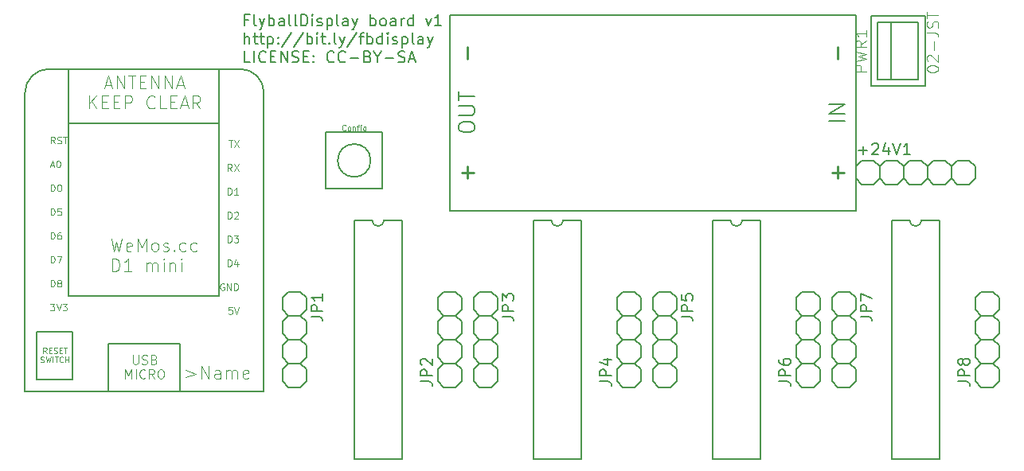
<source format=gbr>
G04 #@! TF.GenerationSoftware,KiCad,Pcbnew,(5.1.4)-1*
G04 #@! TF.CreationDate,2020-02-08T01:02:29+01:00*
G04 #@! TF.ProjectId,FlyballDisplay,466c7962-616c-46c4-9469-73706c61792e,rev?*
G04 #@! TF.SameCoordinates,Original*
G04 #@! TF.FileFunction,Legend,Top*
G04 #@! TF.FilePolarity,Positive*
%FSLAX46Y46*%
G04 Gerber Fmt 4.6, Leading zero omitted, Abs format (unit mm)*
G04 Created by KiCad (PCBNEW (5.1.4)-1) date 2020-02-08 01:02:29*
%MOMM*%
%LPD*%
G04 APERTURE LIST*
%ADD10C,0.142240*%
%ADD11C,0.203200*%
%ADD12C,0.127000*%
%ADD13C,0.152400*%
%ADD14C,0.254000*%
%ADD15C,0.050800*%
%ADD16C,0.081280*%
%ADD17C,0.113792*%
%ADD18C,0.060960*%
%ADD19C,0.101600*%
%ADD20C,0.121920*%
G04 APERTURE END LIST*
D10*
X120920170Y-81789805D02*
X120520170Y-81789805D01*
X120520170Y-82418377D02*
X120520170Y-81218377D01*
X121091598Y-81218377D01*
X121720170Y-82418377D02*
X121605884Y-82361234D01*
X121548741Y-82246948D01*
X121548741Y-81218377D01*
X122063027Y-81618377D02*
X122348741Y-82418377D01*
X122634456Y-81618377D02*
X122348741Y-82418377D01*
X122234456Y-82704091D01*
X122177313Y-82761234D01*
X122063027Y-82818377D01*
X123091598Y-82418377D02*
X123091598Y-81218377D01*
X123091598Y-81675520D02*
X123205884Y-81618377D01*
X123434456Y-81618377D01*
X123548741Y-81675520D01*
X123605884Y-81732662D01*
X123663027Y-81846948D01*
X123663027Y-82189805D01*
X123605884Y-82304091D01*
X123548741Y-82361234D01*
X123434456Y-82418377D01*
X123205884Y-82418377D01*
X123091598Y-82361234D01*
X124691598Y-82418377D02*
X124691598Y-81789805D01*
X124634456Y-81675520D01*
X124520170Y-81618377D01*
X124291598Y-81618377D01*
X124177313Y-81675520D01*
X124691598Y-82361234D02*
X124577313Y-82418377D01*
X124291598Y-82418377D01*
X124177313Y-82361234D01*
X124120170Y-82246948D01*
X124120170Y-82132662D01*
X124177313Y-82018377D01*
X124291598Y-81961234D01*
X124577313Y-81961234D01*
X124691598Y-81904091D01*
X125434456Y-82418377D02*
X125320170Y-82361234D01*
X125263027Y-82246948D01*
X125263027Y-81218377D01*
X126063027Y-82418377D02*
X125948741Y-82361234D01*
X125891598Y-82246948D01*
X125891598Y-81218377D01*
X126520170Y-82418377D02*
X126520170Y-81218377D01*
X126805884Y-81218377D01*
X126977313Y-81275520D01*
X127091598Y-81389805D01*
X127148741Y-81504091D01*
X127205884Y-81732662D01*
X127205884Y-81904091D01*
X127148741Y-82132662D01*
X127091598Y-82246948D01*
X126977313Y-82361234D01*
X126805884Y-82418377D01*
X126520170Y-82418377D01*
X127720170Y-82418377D02*
X127720170Y-81618377D01*
X127720170Y-81218377D02*
X127663027Y-81275520D01*
X127720170Y-81332662D01*
X127777313Y-81275520D01*
X127720170Y-81218377D01*
X127720170Y-81332662D01*
X128234456Y-82361234D02*
X128348741Y-82418377D01*
X128577313Y-82418377D01*
X128691598Y-82361234D01*
X128748741Y-82246948D01*
X128748741Y-82189805D01*
X128691598Y-82075520D01*
X128577313Y-82018377D01*
X128405884Y-82018377D01*
X128291598Y-81961234D01*
X128234456Y-81846948D01*
X128234456Y-81789805D01*
X128291598Y-81675520D01*
X128405884Y-81618377D01*
X128577313Y-81618377D01*
X128691598Y-81675520D01*
X129263027Y-81618377D02*
X129263027Y-82818377D01*
X129263027Y-81675520D02*
X129377313Y-81618377D01*
X129605884Y-81618377D01*
X129720170Y-81675520D01*
X129777313Y-81732662D01*
X129834456Y-81846948D01*
X129834456Y-82189805D01*
X129777313Y-82304091D01*
X129720170Y-82361234D01*
X129605884Y-82418377D01*
X129377313Y-82418377D01*
X129263027Y-82361234D01*
X130520170Y-82418377D02*
X130405884Y-82361234D01*
X130348741Y-82246948D01*
X130348741Y-81218377D01*
X131491598Y-82418377D02*
X131491598Y-81789805D01*
X131434456Y-81675520D01*
X131320170Y-81618377D01*
X131091598Y-81618377D01*
X130977313Y-81675520D01*
X131491598Y-82361234D02*
X131377313Y-82418377D01*
X131091598Y-82418377D01*
X130977313Y-82361234D01*
X130920170Y-82246948D01*
X130920170Y-82132662D01*
X130977313Y-82018377D01*
X131091598Y-81961234D01*
X131377313Y-81961234D01*
X131491598Y-81904091D01*
X131948741Y-81618377D02*
X132234456Y-82418377D01*
X132520170Y-81618377D02*
X132234456Y-82418377D01*
X132120170Y-82704091D01*
X132063027Y-82761234D01*
X131948741Y-82818377D01*
X133891598Y-82418377D02*
X133891598Y-81218377D01*
X133891598Y-81675520D02*
X134005884Y-81618377D01*
X134234456Y-81618377D01*
X134348741Y-81675520D01*
X134405884Y-81732662D01*
X134463027Y-81846948D01*
X134463027Y-82189805D01*
X134405884Y-82304091D01*
X134348741Y-82361234D01*
X134234456Y-82418377D01*
X134005884Y-82418377D01*
X133891598Y-82361234D01*
X135148741Y-82418377D02*
X135034456Y-82361234D01*
X134977313Y-82304091D01*
X134920170Y-82189805D01*
X134920170Y-81846948D01*
X134977313Y-81732662D01*
X135034456Y-81675520D01*
X135148741Y-81618377D01*
X135320170Y-81618377D01*
X135434456Y-81675520D01*
X135491598Y-81732662D01*
X135548741Y-81846948D01*
X135548741Y-82189805D01*
X135491598Y-82304091D01*
X135434456Y-82361234D01*
X135320170Y-82418377D01*
X135148741Y-82418377D01*
X136577313Y-82418377D02*
X136577313Y-81789805D01*
X136520170Y-81675520D01*
X136405884Y-81618377D01*
X136177313Y-81618377D01*
X136063027Y-81675520D01*
X136577313Y-82361234D02*
X136463027Y-82418377D01*
X136177313Y-82418377D01*
X136063027Y-82361234D01*
X136005884Y-82246948D01*
X136005884Y-82132662D01*
X136063027Y-82018377D01*
X136177313Y-81961234D01*
X136463027Y-81961234D01*
X136577313Y-81904091D01*
X137148741Y-82418377D02*
X137148741Y-81618377D01*
X137148741Y-81846948D02*
X137205884Y-81732662D01*
X137263027Y-81675520D01*
X137377313Y-81618377D01*
X137491598Y-81618377D01*
X138405884Y-82418377D02*
X138405884Y-81218377D01*
X138405884Y-82361234D02*
X138291598Y-82418377D01*
X138063027Y-82418377D01*
X137948741Y-82361234D01*
X137891598Y-82304091D01*
X137834456Y-82189805D01*
X137834456Y-81846948D01*
X137891598Y-81732662D01*
X137948741Y-81675520D01*
X138063027Y-81618377D01*
X138291598Y-81618377D01*
X138405884Y-81675520D01*
X139777313Y-81618377D02*
X140063027Y-82418377D01*
X140348741Y-81618377D01*
X141434456Y-82418377D02*
X140748741Y-82418377D01*
X141091598Y-82418377D02*
X141091598Y-81218377D01*
X140977313Y-81389805D01*
X140863027Y-81504091D01*
X140748741Y-81561234D01*
X120520170Y-84360617D02*
X120520170Y-83160617D01*
X121034456Y-84360617D02*
X121034456Y-83732045D01*
X120977313Y-83617760D01*
X120863027Y-83560617D01*
X120691598Y-83560617D01*
X120577313Y-83617760D01*
X120520170Y-83674902D01*
X121434456Y-83560617D02*
X121891598Y-83560617D01*
X121605884Y-83160617D02*
X121605884Y-84189188D01*
X121663027Y-84303474D01*
X121777313Y-84360617D01*
X121891598Y-84360617D01*
X122120170Y-83560617D02*
X122577313Y-83560617D01*
X122291598Y-83160617D02*
X122291598Y-84189188D01*
X122348741Y-84303474D01*
X122463027Y-84360617D01*
X122577313Y-84360617D01*
X122977313Y-83560617D02*
X122977313Y-84760617D01*
X122977313Y-83617760D02*
X123091598Y-83560617D01*
X123320170Y-83560617D01*
X123434456Y-83617760D01*
X123491598Y-83674902D01*
X123548741Y-83789188D01*
X123548741Y-84132045D01*
X123491598Y-84246331D01*
X123434456Y-84303474D01*
X123320170Y-84360617D01*
X123091598Y-84360617D01*
X122977313Y-84303474D01*
X124063027Y-84246331D02*
X124120170Y-84303474D01*
X124063027Y-84360617D01*
X124005884Y-84303474D01*
X124063027Y-84246331D01*
X124063027Y-84360617D01*
X124063027Y-83617760D02*
X124120170Y-83674902D01*
X124063027Y-83732045D01*
X124005884Y-83674902D01*
X124063027Y-83617760D01*
X124063027Y-83732045D01*
X125491598Y-83103474D02*
X124463027Y-84646331D01*
X126748741Y-83103474D02*
X125720170Y-84646331D01*
X127148741Y-84360617D02*
X127148741Y-83160617D01*
X127148741Y-83617760D02*
X127263027Y-83560617D01*
X127491598Y-83560617D01*
X127605884Y-83617760D01*
X127663027Y-83674902D01*
X127720170Y-83789188D01*
X127720170Y-84132045D01*
X127663027Y-84246331D01*
X127605884Y-84303474D01*
X127491598Y-84360617D01*
X127263027Y-84360617D01*
X127148741Y-84303474D01*
X128234456Y-84360617D02*
X128234456Y-83560617D01*
X128234456Y-83160617D02*
X128177313Y-83217760D01*
X128234456Y-83274902D01*
X128291598Y-83217760D01*
X128234456Y-83160617D01*
X128234456Y-83274902D01*
X128634456Y-83560617D02*
X129091598Y-83560617D01*
X128805884Y-83160617D02*
X128805884Y-84189188D01*
X128863027Y-84303474D01*
X128977313Y-84360617D01*
X129091598Y-84360617D01*
X129491598Y-84246331D02*
X129548741Y-84303474D01*
X129491598Y-84360617D01*
X129434456Y-84303474D01*
X129491598Y-84246331D01*
X129491598Y-84360617D01*
X130234456Y-84360617D02*
X130120170Y-84303474D01*
X130063027Y-84189188D01*
X130063027Y-83160617D01*
X130577313Y-83560617D02*
X130863027Y-84360617D01*
X131148741Y-83560617D02*
X130863027Y-84360617D01*
X130748741Y-84646331D01*
X130691598Y-84703474D01*
X130577313Y-84760617D01*
X132463027Y-83103474D02*
X131434456Y-84646331D01*
X132691598Y-83560617D02*
X133148741Y-83560617D01*
X132863027Y-84360617D02*
X132863027Y-83332045D01*
X132920170Y-83217760D01*
X133034456Y-83160617D01*
X133148741Y-83160617D01*
X133548741Y-84360617D02*
X133548741Y-83160617D01*
X133548741Y-83617760D02*
X133663027Y-83560617D01*
X133891598Y-83560617D01*
X134005884Y-83617760D01*
X134063027Y-83674902D01*
X134120170Y-83789188D01*
X134120170Y-84132045D01*
X134063027Y-84246331D01*
X134005884Y-84303474D01*
X133891598Y-84360617D01*
X133663027Y-84360617D01*
X133548741Y-84303474D01*
X135148741Y-84360617D02*
X135148741Y-83160617D01*
X135148741Y-84303474D02*
X135034456Y-84360617D01*
X134805884Y-84360617D01*
X134691598Y-84303474D01*
X134634456Y-84246331D01*
X134577313Y-84132045D01*
X134577313Y-83789188D01*
X134634456Y-83674902D01*
X134691598Y-83617760D01*
X134805884Y-83560617D01*
X135034456Y-83560617D01*
X135148741Y-83617760D01*
X135720170Y-84360617D02*
X135720170Y-83560617D01*
X135720170Y-83160617D02*
X135663027Y-83217760D01*
X135720170Y-83274902D01*
X135777313Y-83217760D01*
X135720170Y-83160617D01*
X135720170Y-83274902D01*
X136234456Y-84303474D02*
X136348741Y-84360617D01*
X136577313Y-84360617D01*
X136691598Y-84303474D01*
X136748741Y-84189188D01*
X136748741Y-84132045D01*
X136691598Y-84017760D01*
X136577313Y-83960617D01*
X136405884Y-83960617D01*
X136291598Y-83903474D01*
X136234456Y-83789188D01*
X136234456Y-83732045D01*
X136291598Y-83617760D01*
X136405884Y-83560617D01*
X136577313Y-83560617D01*
X136691598Y-83617760D01*
X137263027Y-83560617D02*
X137263027Y-84760617D01*
X137263027Y-83617760D02*
X137377313Y-83560617D01*
X137605884Y-83560617D01*
X137720170Y-83617760D01*
X137777313Y-83674902D01*
X137834456Y-83789188D01*
X137834456Y-84132045D01*
X137777313Y-84246331D01*
X137720170Y-84303474D01*
X137605884Y-84360617D01*
X137377313Y-84360617D01*
X137263027Y-84303474D01*
X138520170Y-84360617D02*
X138405884Y-84303474D01*
X138348741Y-84189188D01*
X138348741Y-83160617D01*
X139491598Y-84360617D02*
X139491598Y-83732045D01*
X139434456Y-83617760D01*
X139320170Y-83560617D01*
X139091598Y-83560617D01*
X138977313Y-83617760D01*
X139491598Y-84303474D02*
X139377313Y-84360617D01*
X139091598Y-84360617D01*
X138977313Y-84303474D01*
X138920170Y-84189188D01*
X138920170Y-84074902D01*
X138977313Y-83960617D01*
X139091598Y-83903474D01*
X139377313Y-83903474D01*
X139491598Y-83846331D01*
X139948741Y-83560617D02*
X140234456Y-84360617D01*
X140520170Y-83560617D02*
X140234456Y-84360617D01*
X140120170Y-84646331D01*
X140063027Y-84703474D01*
X139948741Y-84760617D01*
X121091598Y-86302857D02*
X120520170Y-86302857D01*
X120520170Y-85102857D01*
X121491598Y-86302857D02*
X121491598Y-85102857D01*
X122748741Y-86188571D02*
X122691598Y-86245714D01*
X122520170Y-86302857D01*
X122405884Y-86302857D01*
X122234456Y-86245714D01*
X122120170Y-86131428D01*
X122063027Y-86017142D01*
X122005884Y-85788571D01*
X122005884Y-85617142D01*
X122063027Y-85388571D01*
X122120170Y-85274285D01*
X122234456Y-85160000D01*
X122405884Y-85102857D01*
X122520170Y-85102857D01*
X122691598Y-85160000D01*
X122748741Y-85217142D01*
X123263027Y-85674285D02*
X123663027Y-85674285D01*
X123834456Y-86302857D02*
X123263027Y-86302857D01*
X123263027Y-85102857D01*
X123834456Y-85102857D01*
X124348741Y-86302857D02*
X124348741Y-85102857D01*
X125034456Y-86302857D01*
X125034456Y-85102857D01*
X125548741Y-86245714D02*
X125720170Y-86302857D01*
X126005884Y-86302857D01*
X126120170Y-86245714D01*
X126177313Y-86188571D01*
X126234456Y-86074285D01*
X126234456Y-85960000D01*
X126177313Y-85845714D01*
X126120170Y-85788571D01*
X126005884Y-85731428D01*
X125777313Y-85674285D01*
X125663027Y-85617142D01*
X125605884Y-85560000D01*
X125548741Y-85445714D01*
X125548741Y-85331428D01*
X125605884Y-85217142D01*
X125663027Y-85160000D01*
X125777313Y-85102857D01*
X126063027Y-85102857D01*
X126234456Y-85160000D01*
X126748741Y-85674285D02*
X127148741Y-85674285D01*
X127320170Y-86302857D02*
X126748741Y-86302857D01*
X126748741Y-85102857D01*
X127320170Y-85102857D01*
X127834456Y-86188571D02*
X127891598Y-86245714D01*
X127834456Y-86302857D01*
X127777313Y-86245714D01*
X127834456Y-86188571D01*
X127834456Y-86302857D01*
X127834456Y-85560000D02*
X127891598Y-85617142D01*
X127834456Y-85674285D01*
X127777313Y-85617142D01*
X127834456Y-85560000D01*
X127834456Y-85674285D01*
X130005884Y-86188571D02*
X129948741Y-86245714D01*
X129777313Y-86302857D01*
X129663027Y-86302857D01*
X129491598Y-86245714D01*
X129377313Y-86131428D01*
X129320170Y-86017142D01*
X129263027Y-85788571D01*
X129263027Y-85617142D01*
X129320170Y-85388571D01*
X129377313Y-85274285D01*
X129491598Y-85160000D01*
X129663027Y-85102857D01*
X129777313Y-85102857D01*
X129948741Y-85160000D01*
X130005884Y-85217142D01*
X131205884Y-86188571D02*
X131148741Y-86245714D01*
X130977313Y-86302857D01*
X130863027Y-86302857D01*
X130691598Y-86245714D01*
X130577313Y-86131428D01*
X130520170Y-86017142D01*
X130463027Y-85788571D01*
X130463027Y-85617142D01*
X130520170Y-85388571D01*
X130577313Y-85274285D01*
X130691598Y-85160000D01*
X130863027Y-85102857D01*
X130977313Y-85102857D01*
X131148741Y-85160000D01*
X131205884Y-85217142D01*
X131720170Y-85845714D02*
X132634456Y-85845714D01*
X133605884Y-85674285D02*
X133777313Y-85731428D01*
X133834456Y-85788571D01*
X133891598Y-85902857D01*
X133891598Y-86074285D01*
X133834456Y-86188571D01*
X133777313Y-86245714D01*
X133663027Y-86302857D01*
X133205884Y-86302857D01*
X133205884Y-85102857D01*
X133605884Y-85102857D01*
X133720170Y-85160000D01*
X133777313Y-85217142D01*
X133834456Y-85331428D01*
X133834456Y-85445714D01*
X133777313Y-85560000D01*
X133720170Y-85617142D01*
X133605884Y-85674285D01*
X133205884Y-85674285D01*
X134634456Y-85731428D02*
X134634456Y-86302857D01*
X134234456Y-85102857D02*
X134634456Y-85731428D01*
X135034456Y-85102857D01*
X135434456Y-85845714D02*
X136348741Y-85845714D01*
X136863027Y-86245714D02*
X137034456Y-86302857D01*
X137320170Y-86302857D01*
X137434456Y-86245714D01*
X137491598Y-86188571D01*
X137548741Y-86074285D01*
X137548741Y-85960000D01*
X137491598Y-85845714D01*
X137434456Y-85788571D01*
X137320170Y-85731428D01*
X137091598Y-85674285D01*
X136977313Y-85617142D01*
X136920170Y-85560000D01*
X136863027Y-85445714D01*
X136863027Y-85331428D01*
X136920170Y-85217142D01*
X136977313Y-85160000D01*
X137091598Y-85102857D01*
X137377313Y-85102857D01*
X137548741Y-85160000D01*
X138005884Y-85960000D02*
X138577313Y-85960000D01*
X137891598Y-86302857D02*
X138291598Y-85102857D01*
X138691598Y-86302857D01*
D11*
X102235000Y-120015000D02*
X102235000Y-114935000D01*
X98425000Y-120015000D02*
X102235000Y-120015000D01*
X98425000Y-114935000D02*
X98425000Y-120015000D01*
X102235000Y-114935000D02*
X98425000Y-114935000D01*
X106045000Y-116205000D02*
X106045000Y-121285000D01*
X113665000Y-116205000D02*
X106045000Y-116205000D01*
X113665000Y-121285000D02*
X113665000Y-116205000D01*
X106045000Y-121285000D02*
X113665000Y-121285000D01*
D12*
X101752400Y-111125000D02*
X117729000Y-111125000D01*
X97155000Y-121285000D02*
X122555000Y-121285000D01*
X97155000Y-89535000D02*
X97155000Y-121285000D01*
X122555000Y-89535000D02*
G75*
G03X120015000Y-86995000I-2540000J0D01*
G01*
X99695000Y-86995000D02*
G75*
G03X97155000Y-89535000I0J-2540000D01*
G01*
X99695000Y-86995000D02*
X120015000Y-86995000D01*
X122555000Y-89535000D02*
X122555000Y-121285000D01*
X117754400Y-92811600D02*
X117754400Y-111125000D01*
X117729000Y-92811600D02*
X117754400Y-92811600D01*
X101752400Y-92811600D02*
X101752400Y-111125000D01*
X101755000Y-92819000D02*
X117755000Y-92819000D01*
X101755000Y-87019000D02*
X117755000Y-87019000D01*
X101755000Y-92819000D02*
X101755000Y-87019000D01*
X117755000Y-87019000D02*
X117755000Y-92819000D01*
D11*
X134061100Y-103093600D02*
G75*
G03X135331100Y-103093600I635000J0D01*
G01*
X137236100Y-128493600D02*
X137236100Y-103093600D01*
X132156100Y-128493600D02*
X137236100Y-128493600D01*
X132156100Y-103093600D02*
X132156100Y-128493600D01*
X132156100Y-103093600D02*
X134061100Y-103093600D01*
X137236100Y-103093600D02*
X135331100Y-103093600D01*
X153111100Y-103093600D02*
G75*
G03X154381100Y-103093600I635000J0D01*
G01*
X156286100Y-128493600D02*
X156286100Y-103093600D01*
X151206100Y-128493600D02*
X156286100Y-128493600D01*
X151206100Y-103093600D02*
X151206100Y-128493600D01*
X151206100Y-103093600D02*
X153111100Y-103093600D01*
X156286100Y-103093600D02*
X154381100Y-103093600D01*
D13*
X124536100Y-120238600D02*
X124536100Y-118968600D01*
X125171100Y-118333600D02*
X124536100Y-118968600D01*
X127076100Y-118968600D02*
X126441100Y-118333600D01*
X125171100Y-120873600D02*
X124536100Y-120238600D01*
X126441100Y-120873600D02*
X125171100Y-120873600D01*
X127076100Y-120238600D02*
X126441100Y-120873600D01*
X127076100Y-118968600D02*
X127076100Y-120238600D01*
X124536100Y-112618600D02*
X124536100Y-111348600D01*
X125171100Y-110713600D02*
X124536100Y-111348600D01*
X127076100Y-111348600D02*
X126441100Y-110713600D01*
X126441100Y-110713600D02*
X125171100Y-110713600D01*
X124536100Y-113888600D02*
X125171100Y-113253600D01*
X124536100Y-115158600D02*
X124536100Y-113888600D01*
X125171100Y-115793600D02*
X124536100Y-115158600D01*
X126441100Y-115793600D02*
X125171100Y-115793600D01*
X127076100Y-115158600D02*
X126441100Y-115793600D01*
X127076100Y-113888600D02*
X127076100Y-115158600D01*
X126441100Y-113253600D02*
X127076100Y-113888600D01*
X125171100Y-113253600D02*
X124536100Y-112618600D01*
X126441100Y-113253600D02*
X125171100Y-113253600D01*
X127076100Y-112618600D02*
X126441100Y-113253600D01*
X127076100Y-111348600D02*
X127076100Y-112618600D01*
X124536100Y-116428600D02*
X125171100Y-115793600D01*
X124536100Y-117698600D02*
X124536100Y-116428600D01*
X125171100Y-118333600D02*
X124536100Y-117698600D01*
X126441100Y-118333600D02*
X125171100Y-118333600D01*
X127076100Y-117698600D02*
X126441100Y-118333600D01*
X127076100Y-116428600D02*
X127076100Y-117698600D01*
X126441100Y-115793600D02*
X127076100Y-116428600D01*
X143586100Y-111348600D02*
X143586100Y-112618600D01*
X142951100Y-113253600D02*
X143586100Y-112618600D01*
X141046100Y-112618600D02*
X141681100Y-113253600D01*
X142951100Y-110713600D02*
X143586100Y-111348600D01*
X141681100Y-110713600D02*
X142951100Y-110713600D01*
X141046100Y-111348600D02*
X141681100Y-110713600D01*
X141046100Y-112618600D02*
X141046100Y-111348600D01*
X143586100Y-118968600D02*
X143586100Y-120238600D01*
X142951100Y-120873600D02*
X143586100Y-120238600D01*
X141046100Y-120238600D02*
X141681100Y-120873600D01*
X141681100Y-120873600D02*
X142951100Y-120873600D01*
X143586100Y-117698600D02*
X142951100Y-118333600D01*
X143586100Y-116428600D02*
X143586100Y-117698600D01*
X142951100Y-115793600D02*
X143586100Y-116428600D01*
X141681100Y-115793600D02*
X142951100Y-115793600D01*
X141046100Y-116428600D02*
X141681100Y-115793600D01*
X141046100Y-117698600D02*
X141046100Y-116428600D01*
X141681100Y-118333600D02*
X141046100Y-117698600D01*
X142951100Y-118333600D02*
X143586100Y-118968600D01*
X141681100Y-118333600D02*
X142951100Y-118333600D01*
X141046100Y-118968600D02*
X141681100Y-118333600D01*
X141046100Y-120238600D02*
X141046100Y-118968600D01*
X143586100Y-115158600D02*
X142951100Y-115793600D01*
X143586100Y-113888600D02*
X143586100Y-115158600D01*
X142951100Y-113253600D02*
X143586100Y-113888600D01*
X141681100Y-113253600D02*
X142951100Y-113253600D01*
X141046100Y-113888600D02*
X141681100Y-113253600D01*
X141046100Y-115158600D02*
X141046100Y-113888600D01*
X141681100Y-115793600D02*
X141046100Y-115158600D01*
X144856100Y-120238600D02*
X144856100Y-118968600D01*
X145491100Y-118333600D02*
X144856100Y-118968600D01*
X147396100Y-118968600D02*
X146761100Y-118333600D01*
X145491100Y-120873600D02*
X144856100Y-120238600D01*
X146761100Y-120873600D02*
X145491100Y-120873600D01*
X147396100Y-120238600D02*
X146761100Y-120873600D01*
X147396100Y-118968600D02*
X147396100Y-120238600D01*
X144856100Y-112618600D02*
X144856100Y-111348600D01*
X145491100Y-110713600D02*
X144856100Y-111348600D01*
X147396100Y-111348600D02*
X146761100Y-110713600D01*
X146761100Y-110713600D02*
X145491100Y-110713600D01*
X144856100Y-113888600D02*
X145491100Y-113253600D01*
X144856100Y-115158600D02*
X144856100Y-113888600D01*
X145491100Y-115793600D02*
X144856100Y-115158600D01*
X146761100Y-115793600D02*
X145491100Y-115793600D01*
X147396100Y-115158600D02*
X146761100Y-115793600D01*
X147396100Y-113888600D02*
X147396100Y-115158600D01*
X146761100Y-113253600D02*
X147396100Y-113888600D01*
X145491100Y-113253600D02*
X144856100Y-112618600D01*
X146761100Y-113253600D02*
X145491100Y-113253600D01*
X147396100Y-112618600D02*
X146761100Y-113253600D01*
X147396100Y-111348600D02*
X147396100Y-112618600D01*
X144856100Y-116428600D02*
X145491100Y-115793600D01*
X144856100Y-117698600D02*
X144856100Y-116428600D01*
X145491100Y-118333600D02*
X144856100Y-117698600D01*
X146761100Y-118333600D02*
X145491100Y-118333600D01*
X147396100Y-117698600D02*
X146761100Y-118333600D01*
X147396100Y-116428600D02*
X147396100Y-117698600D01*
X146761100Y-115793600D02*
X147396100Y-116428600D01*
X162636100Y-111348600D02*
X162636100Y-112618600D01*
X162001100Y-113253600D02*
X162636100Y-112618600D01*
X160096100Y-112618600D02*
X160731100Y-113253600D01*
X162001100Y-110713600D02*
X162636100Y-111348600D01*
X160731100Y-110713600D02*
X162001100Y-110713600D01*
X160096100Y-111348600D02*
X160731100Y-110713600D01*
X160096100Y-112618600D02*
X160096100Y-111348600D01*
X162636100Y-118968600D02*
X162636100Y-120238600D01*
X162001100Y-120873600D02*
X162636100Y-120238600D01*
X160096100Y-120238600D02*
X160731100Y-120873600D01*
X160731100Y-120873600D02*
X162001100Y-120873600D01*
X162636100Y-117698600D02*
X162001100Y-118333600D01*
X162636100Y-116428600D02*
X162636100Y-117698600D01*
X162001100Y-115793600D02*
X162636100Y-116428600D01*
X160731100Y-115793600D02*
X162001100Y-115793600D01*
X160096100Y-116428600D02*
X160731100Y-115793600D01*
X160096100Y-117698600D02*
X160096100Y-116428600D01*
X160731100Y-118333600D02*
X160096100Y-117698600D01*
X162001100Y-118333600D02*
X162636100Y-118968600D01*
X160731100Y-118333600D02*
X162001100Y-118333600D01*
X160096100Y-118968600D02*
X160731100Y-118333600D01*
X160096100Y-120238600D02*
X160096100Y-118968600D01*
X162636100Y-115158600D02*
X162001100Y-115793600D01*
X162636100Y-113888600D02*
X162636100Y-115158600D01*
X162001100Y-113253600D02*
X162636100Y-113888600D01*
X160731100Y-113253600D02*
X162001100Y-113253600D01*
X160096100Y-113888600D02*
X160731100Y-113253600D01*
X160096100Y-115158600D02*
X160096100Y-113888600D01*
X160731100Y-115793600D02*
X160096100Y-115158600D01*
D11*
X172161100Y-103093600D02*
G75*
G03X173431100Y-103093600I635000J0D01*
G01*
X175336100Y-128493600D02*
X175336100Y-103093600D01*
X170256100Y-128493600D02*
X175336100Y-128493600D01*
X170256100Y-103093600D02*
X170256100Y-128493600D01*
X170256100Y-103093600D02*
X172161100Y-103093600D01*
X175336100Y-103093600D02*
X173431100Y-103093600D01*
D13*
X163906100Y-120238600D02*
X163906100Y-118968600D01*
X164541100Y-118333600D02*
X163906100Y-118968600D01*
X166446100Y-118968600D02*
X165811100Y-118333600D01*
X164541100Y-120873600D02*
X163906100Y-120238600D01*
X165811100Y-120873600D02*
X164541100Y-120873600D01*
X166446100Y-120238600D02*
X165811100Y-120873600D01*
X166446100Y-118968600D02*
X166446100Y-120238600D01*
X163906100Y-112618600D02*
X163906100Y-111348600D01*
X164541100Y-110713600D02*
X163906100Y-111348600D01*
X166446100Y-111348600D02*
X165811100Y-110713600D01*
X165811100Y-110713600D02*
X164541100Y-110713600D01*
X163906100Y-113888600D02*
X164541100Y-113253600D01*
X163906100Y-115158600D02*
X163906100Y-113888600D01*
X164541100Y-115793600D02*
X163906100Y-115158600D01*
X165811100Y-115793600D02*
X164541100Y-115793600D01*
X166446100Y-115158600D02*
X165811100Y-115793600D01*
X166446100Y-113888600D02*
X166446100Y-115158600D01*
X165811100Y-113253600D02*
X166446100Y-113888600D01*
X164541100Y-113253600D02*
X163906100Y-112618600D01*
X165811100Y-113253600D02*
X164541100Y-113253600D01*
X166446100Y-112618600D02*
X165811100Y-113253600D01*
X166446100Y-111348600D02*
X166446100Y-112618600D01*
X163906100Y-116428600D02*
X164541100Y-115793600D01*
X163906100Y-117698600D02*
X163906100Y-116428600D01*
X164541100Y-118333600D02*
X163906100Y-117698600D01*
X165811100Y-118333600D02*
X164541100Y-118333600D01*
X166446100Y-117698600D02*
X165811100Y-118333600D01*
X166446100Y-116428600D02*
X166446100Y-117698600D01*
X165811100Y-115793600D02*
X166446100Y-116428600D01*
X181686100Y-111348600D02*
X181686100Y-112618600D01*
X181051100Y-113253600D02*
X181686100Y-112618600D01*
X179146100Y-112618600D02*
X179781100Y-113253600D01*
X181051100Y-110713600D02*
X181686100Y-111348600D01*
X179781100Y-110713600D02*
X181051100Y-110713600D01*
X179146100Y-111348600D02*
X179781100Y-110713600D01*
X179146100Y-112618600D02*
X179146100Y-111348600D01*
X181686100Y-118968600D02*
X181686100Y-120238600D01*
X181051100Y-120873600D02*
X181686100Y-120238600D01*
X179146100Y-120238600D02*
X179781100Y-120873600D01*
X179781100Y-120873600D02*
X181051100Y-120873600D01*
X181686100Y-117698600D02*
X181051100Y-118333600D01*
X181686100Y-116428600D02*
X181686100Y-117698600D01*
X181051100Y-115793600D02*
X181686100Y-116428600D01*
X179781100Y-115793600D02*
X181051100Y-115793600D01*
X179146100Y-116428600D02*
X179781100Y-115793600D01*
X179146100Y-117698600D02*
X179146100Y-116428600D01*
X179781100Y-118333600D02*
X179146100Y-117698600D01*
X181051100Y-118333600D02*
X181686100Y-118968600D01*
X179781100Y-118333600D02*
X181051100Y-118333600D01*
X179146100Y-118968600D02*
X179781100Y-118333600D01*
X179146100Y-120238600D02*
X179146100Y-118968600D01*
X181686100Y-115158600D02*
X181051100Y-115793600D01*
X181686100Y-113888600D02*
X181686100Y-115158600D01*
X181051100Y-113253600D02*
X181686100Y-113888600D01*
X179781100Y-113253600D02*
X181051100Y-113253600D01*
X179146100Y-113888600D02*
X179781100Y-113253600D01*
X179146100Y-115158600D02*
X179146100Y-113888600D01*
X179781100Y-115793600D02*
X179146100Y-115158600D01*
D11*
X191211100Y-103093600D02*
G75*
G03X192481100Y-103093600I635000J0D01*
G01*
X194386100Y-128493600D02*
X194386100Y-103093600D01*
X189306100Y-128493600D02*
X194386100Y-128493600D01*
X189306100Y-103093600D02*
X189306100Y-128493600D01*
X189306100Y-103093600D02*
X191211100Y-103093600D01*
X194386100Y-103093600D02*
X192481100Y-103093600D01*
D13*
X182956100Y-120238600D02*
X182956100Y-118968600D01*
X183591100Y-118333600D02*
X182956100Y-118968600D01*
X185496100Y-118968600D02*
X184861100Y-118333600D01*
X183591100Y-120873600D02*
X182956100Y-120238600D01*
X184861100Y-120873600D02*
X183591100Y-120873600D01*
X185496100Y-120238600D02*
X184861100Y-120873600D01*
X185496100Y-118968600D02*
X185496100Y-120238600D01*
X182956100Y-112618600D02*
X182956100Y-111348600D01*
X183591100Y-110713600D02*
X182956100Y-111348600D01*
X185496100Y-111348600D02*
X184861100Y-110713600D01*
X184861100Y-110713600D02*
X183591100Y-110713600D01*
X182956100Y-113888600D02*
X183591100Y-113253600D01*
X182956100Y-115158600D02*
X182956100Y-113888600D01*
X183591100Y-115793600D02*
X182956100Y-115158600D01*
X184861100Y-115793600D02*
X183591100Y-115793600D01*
X185496100Y-115158600D02*
X184861100Y-115793600D01*
X185496100Y-113888600D02*
X185496100Y-115158600D01*
X184861100Y-113253600D02*
X185496100Y-113888600D01*
X183591100Y-113253600D02*
X182956100Y-112618600D01*
X184861100Y-113253600D02*
X183591100Y-113253600D01*
X185496100Y-112618600D02*
X184861100Y-113253600D01*
X185496100Y-111348600D02*
X185496100Y-112618600D01*
X182956100Y-116428600D02*
X183591100Y-115793600D01*
X182956100Y-117698600D02*
X182956100Y-116428600D01*
X183591100Y-118333600D02*
X182956100Y-117698600D01*
X184861100Y-118333600D02*
X183591100Y-118333600D01*
X185496100Y-117698600D02*
X184861100Y-118333600D01*
X185496100Y-116428600D02*
X185496100Y-117698600D01*
X184861100Y-115793600D02*
X185496100Y-116428600D01*
X200736100Y-111348600D02*
X200736100Y-112618600D01*
X200101100Y-113253600D02*
X200736100Y-112618600D01*
X198196100Y-112618600D02*
X198831100Y-113253600D01*
X200101100Y-110713600D02*
X200736100Y-111348600D01*
X198831100Y-110713600D02*
X200101100Y-110713600D01*
X198196100Y-111348600D02*
X198831100Y-110713600D01*
X198196100Y-112618600D02*
X198196100Y-111348600D01*
X200736100Y-118968600D02*
X200736100Y-120238600D01*
X200101100Y-120873600D02*
X200736100Y-120238600D01*
X198196100Y-120238600D02*
X198831100Y-120873600D01*
X198831100Y-120873600D02*
X200101100Y-120873600D01*
X200736100Y-117698600D02*
X200101100Y-118333600D01*
X200736100Y-116428600D02*
X200736100Y-117698600D01*
X200101100Y-115793600D02*
X200736100Y-116428600D01*
X198831100Y-115793600D02*
X200101100Y-115793600D01*
X198196100Y-116428600D02*
X198831100Y-115793600D01*
X198196100Y-117698600D02*
X198196100Y-116428600D01*
X198831100Y-118333600D02*
X198196100Y-117698600D01*
X200101100Y-118333600D02*
X200736100Y-118968600D01*
X198831100Y-118333600D02*
X200101100Y-118333600D01*
X198196100Y-118968600D02*
X198831100Y-118333600D01*
X198196100Y-120238600D02*
X198196100Y-118968600D01*
X200736100Y-115158600D02*
X200101100Y-115793600D01*
X200736100Y-113888600D02*
X200736100Y-115158600D01*
X200101100Y-113253600D02*
X200736100Y-113888600D01*
X198831100Y-113253600D02*
X200101100Y-113253600D01*
X198196100Y-113888600D02*
X198831100Y-113253600D01*
X198196100Y-115158600D02*
X198196100Y-113888600D01*
X198831100Y-115793600D02*
X198196100Y-115158600D01*
D14*
X184226100Y-98013600D02*
X182956100Y-98013600D01*
X183591100Y-98648600D02*
X183591100Y-97378600D01*
X144221100Y-84678600D02*
X144221100Y-85948600D01*
X183591100Y-84678600D02*
X183591100Y-85948600D01*
X144856100Y-98013600D02*
X143586100Y-98013600D01*
X144221100Y-98648600D02*
X144221100Y-97378600D01*
D12*
X185496100Y-81249600D02*
X185496100Y-102077600D01*
X142316100Y-81249600D02*
X185496100Y-81249600D01*
X142316100Y-102077600D02*
X142316100Y-81249600D01*
X185496100Y-102077600D02*
X142316100Y-102077600D01*
X189230000Y-88110000D02*
X189230000Y-82070000D01*
X189230000Y-88110000D02*
X187800000Y-88110000D01*
X192150000Y-88110000D02*
X189230000Y-88110000D01*
X192150000Y-82070000D02*
X192150000Y-88110000D01*
X189230000Y-82070000D02*
X192150000Y-82070000D01*
X187800000Y-82070000D02*
X189230000Y-82070000D01*
X187800000Y-88110000D02*
X187800000Y-82070000D01*
X192850000Y-88810000D02*
X187100000Y-88810000D01*
X192850000Y-81370000D02*
X192850000Y-88810000D01*
X187100000Y-81370000D02*
X192850000Y-81370000D01*
X187100000Y-88810000D02*
X187100000Y-81370000D01*
D13*
X197561100Y-99283600D02*
X196291100Y-99283600D01*
X195656100Y-98648600D02*
X196291100Y-99283600D01*
X196291100Y-96743600D02*
X195656100Y-97378600D01*
X198196100Y-98648600D02*
X197561100Y-99283600D01*
X198196100Y-97378600D02*
X198196100Y-98648600D01*
X197561100Y-96743600D02*
X198196100Y-97378600D01*
X196291100Y-96743600D02*
X197561100Y-96743600D01*
X187401100Y-99283600D02*
X186131100Y-99283600D01*
X185496100Y-98648600D02*
X186131100Y-99283600D01*
X186131100Y-96743600D02*
X185496100Y-97378600D01*
X185496100Y-97378600D02*
X185496100Y-98648600D01*
X188671100Y-99283600D02*
X188036100Y-98648600D01*
X189941100Y-99283600D02*
X188671100Y-99283600D01*
X190576100Y-98648600D02*
X189941100Y-99283600D01*
X190576100Y-97378600D02*
X190576100Y-98648600D01*
X189941100Y-96743600D02*
X190576100Y-97378600D01*
X188671100Y-96743600D02*
X189941100Y-96743600D01*
X188036100Y-97378600D02*
X188671100Y-96743600D01*
X188036100Y-98648600D02*
X187401100Y-99283600D01*
X188036100Y-97378600D02*
X188036100Y-98648600D01*
X187401100Y-96743600D02*
X188036100Y-97378600D01*
X186131100Y-96743600D02*
X187401100Y-96743600D01*
X195021100Y-99283600D02*
X193751100Y-99283600D01*
X193116100Y-98648600D02*
X193751100Y-99283600D01*
X193751100Y-96743600D02*
X193116100Y-97378600D01*
X191211100Y-99283600D02*
X190576100Y-98648600D01*
X192481100Y-99283600D02*
X191211100Y-99283600D01*
X193116100Y-98648600D02*
X192481100Y-99283600D01*
X193116100Y-97378600D02*
X193116100Y-98648600D01*
X192481100Y-96743600D02*
X193116100Y-97378600D01*
X191211100Y-96743600D02*
X192481100Y-96743600D01*
X190576100Y-97378600D02*
X191211100Y-96743600D01*
X195656100Y-98648600D02*
X195021100Y-99283600D01*
X195656100Y-97378600D02*
X195656100Y-98648600D01*
X195021100Y-96743600D02*
X195656100Y-97378600D01*
X193751100Y-96743600D02*
X195021100Y-96743600D01*
D11*
X133906100Y-96743600D02*
G75*
G03X133906100Y-96743600I-1750000J0D01*
G01*
X129156100Y-93743600D02*
X129156100Y-99743600D01*
X135156100Y-93743600D02*
X129156100Y-93743600D01*
X135156100Y-99743600D02*
X135156100Y-93743600D01*
X129156100Y-99743600D02*
X135156100Y-99743600D01*
D15*
X99453851Y-117270061D02*
X99252767Y-116982799D01*
X99109136Y-117270061D02*
X99109136Y-116666811D01*
X99338946Y-116666811D01*
X99396398Y-116695538D01*
X99425125Y-116724264D01*
X99453851Y-116781716D01*
X99453851Y-116867895D01*
X99425125Y-116925347D01*
X99396398Y-116954073D01*
X99338946Y-116982799D01*
X99109136Y-116982799D01*
X99712386Y-116954073D02*
X99913470Y-116954073D01*
X99999648Y-117270061D02*
X99712386Y-117270061D01*
X99712386Y-116666811D01*
X99999648Y-116666811D01*
X100229458Y-117241335D02*
X100315636Y-117270061D01*
X100459267Y-117270061D01*
X100516720Y-117241335D01*
X100545446Y-117212609D01*
X100574172Y-117155157D01*
X100574172Y-117097704D01*
X100545446Y-117040252D01*
X100516720Y-117011526D01*
X100459267Y-116982799D01*
X100344363Y-116954073D01*
X100286910Y-116925347D01*
X100258184Y-116896621D01*
X100229458Y-116839168D01*
X100229458Y-116781716D01*
X100258184Y-116724264D01*
X100286910Y-116695538D01*
X100344363Y-116666811D01*
X100487994Y-116666811D01*
X100574172Y-116695538D01*
X100832708Y-116954073D02*
X101033791Y-116954073D01*
X101119970Y-117270061D02*
X100832708Y-117270061D01*
X100832708Y-116666811D01*
X101119970Y-116666811D01*
X101292327Y-116666811D02*
X101637041Y-116666811D01*
X101464684Y-117270061D02*
X101464684Y-116666811D01*
X98821875Y-118197010D02*
X98908053Y-118225736D01*
X99051684Y-118225736D01*
X99109136Y-118197010D01*
X99137863Y-118168284D01*
X99166589Y-118110832D01*
X99166589Y-118053379D01*
X99137863Y-117995927D01*
X99109136Y-117967201D01*
X99051684Y-117938474D01*
X98936779Y-117909748D01*
X98879327Y-117881022D01*
X98850601Y-117852296D01*
X98821875Y-117794843D01*
X98821875Y-117737391D01*
X98850601Y-117679939D01*
X98879327Y-117651213D01*
X98936779Y-117622486D01*
X99080410Y-117622486D01*
X99166589Y-117651213D01*
X99367672Y-117622486D02*
X99511303Y-118225736D01*
X99626208Y-117794843D01*
X99741113Y-118225736D01*
X99884744Y-117622486D01*
X100114553Y-118225736D02*
X100114553Y-117622486D01*
X100315636Y-117622486D02*
X100660351Y-117622486D01*
X100487994Y-118225736D02*
X100487994Y-117622486D01*
X101206148Y-118168284D02*
X101177422Y-118197010D01*
X101091244Y-118225736D01*
X101033791Y-118225736D01*
X100947613Y-118197010D01*
X100890160Y-118139558D01*
X100861434Y-118082105D01*
X100832708Y-117967201D01*
X100832708Y-117881022D01*
X100861434Y-117766117D01*
X100890160Y-117708665D01*
X100947613Y-117651213D01*
X101033791Y-117622486D01*
X101091244Y-117622486D01*
X101177422Y-117651213D01*
X101206148Y-117679939D01*
X101464684Y-118225736D02*
X101464684Y-117622486D01*
X101464684Y-117909748D02*
X101809398Y-117909748D01*
X101809398Y-118225736D02*
X101809398Y-117622486D01*
D16*
X108637009Y-117451898D02*
X108637009Y-118233250D01*
X108682971Y-118325174D01*
X108728933Y-118371136D01*
X108820857Y-118417098D01*
X109004704Y-118417098D01*
X109096628Y-118371136D01*
X109142590Y-118325174D01*
X109188552Y-118233250D01*
X109188552Y-117451898D01*
X109602209Y-118371136D02*
X109740095Y-118417098D01*
X109969904Y-118417098D01*
X110061828Y-118371136D01*
X110107790Y-118325174D01*
X110153752Y-118233250D01*
X110153752Y-118141326D01*
X110107790Y-118049402D01*
X110061828Y-118003440D01*
X109969904Y-117957479D01*
X109786057Y-117911517D01*
X109694133Y-117865555D01*
X109648171Y-117819593D01*
X109602209Y-117727669D01*
X109602209Y-117635745D01*
X109648171Y-117543821D01*
X109694133Y-117497860D01*
X109786057Y-117451898D01*
X110015866Y-117451898D01*
X110153752Y-117497860D01*
X110889142Y-117911517D02*
X111027028Y-117957479D01*
X111072990Y-118003440D01*
X111118952Y-118095364D01*
X111118952Y-118233250D01*
X111072990Y-118325174D01*
X111027028Y-118371136D01*
X110935104Y-118417098D01*
X110567409Y-118417098D01*
X110567409Y-117451898D01*
X110889142Y-117451898D01*
X110981066Y-117497860D01*
X111027028Y-117543821D01*
X111072990Y-117635745D01*
X111072990Y-117727669D01*
X111027028Y-117819593D01*
X110981066Y-117865555D01*
X110889142Y-117911517D01*
X110567409Y-117911517D01*
X107832676Y-119946178D02*
X107832676Y-118980978D01*
X108154409Y-119670406D01*
X108476142Y-118980978D01*
X108476142Y-119946178D01*
X108935761Y-119946178D02*
X108935761Y-118980978D01*
X109946923Y-119854254D02*
X109900961Y-119900216D01*
X109763076Y-119946178D01*
X109671152Y-119946178D01*
X109533266Y-119900216D01*
X109441342Y-119808292D01*
X109395380Y-119716368D01*
X109349419Y-119532520D01*
X109349419Y-119394635D01*
X109395380Y-119210787D01*
X109441342Y-119118863D01*
X109533266Y-119026940D01*
X109671152Y-118980978D01*
X109763076Y-118980978D01*
X109900961Y-119026940D01*
X109946923Y-119072901D01*
X110912123Y-119946178D02*
X110590390Y-119486559D01*
X110360580Y-119946178D02*
X110360580Y-118980978D01*
X110728276Y-118980978D01*
X110820200Y-119026940D01*
X110866161Y-119072901D01*
X110912123Y-119164825D01*
X110912123Y-119302711D01*
X110866161Y-119394635D01*
X110820200Y-119440597D01*
X110728276Y-119486559D01*
X110360580Y-119486559D01*
X111509628Y-118980978D02*
X111693476Y-118980978D01*
X111785400Y-119026940D01*
X111877323Y-119118863D01*
X111923285Y-119302711D01*
X111923285Y-119624444D01*
X111877323Y-119808292D01*
X111785400Y-119900216D01*
X111693476Y-119946178D01*
X111509628Y-119946178D01*
X111417704Y-119900216D01*
X111325780Y-119808292D01*
X111279819Y-119624444D01*
X111279819Y-119302711D01*
X111325780Y-119118863D01*
X111417704Y-119026940D01*
X111509628Y-118980978D01*
D17*
X105704640Y-88689857D02*
X106348106Y-88689857D01*
X105575946Y-89075937D02*
X106026373Y-87724657D01*
X106476800Y-89075937D01*
X106927226Y-89075937D02*
X106927226Y-87724657D01*
X107699386Y-89075937D01*
X107699386Y-87724657D01*
X108149813Y-87724657D02*
X108921973Y-87724657D01*
X108535893Y-89075937D02*
X108535893Y-87724657D01*
X109372400Y-88368124D02*
X109822826Y-88368124D01*
X110015866Y-89075937D02*
X109372400Y-89075937D01*
X109372400Y-87724657D01*
X110015866Y-87724657D01*
X110594986Y-89075937D02*
X110594986Y-87724657D01*
X111367146Y-89075937D01*
X111367146Y-87724657D01*
X112010613Y-89075937D02*
X112010613Y-87724657D01*
X112782773Y-89075937D01*
X112782773Y-87724657D01*
X113361893Y-88689857D02*
X114005360Y-88689857D01*
X113233200Y-89075937D02*
X113683626Y-87724657D01*
X114134053Y-89075937D01*
X103999453Y-91216649D02*
X103999453Y-89865369D01*
X104771613Y-91216649D02*
X104192493Y-90444489D01*
X104771613Y-89865369D02*
X103999453Y-90637529D01*
X105350733Y-90508836D02*
X105801160Y-90508836D01*
X105994200Y-91216649D02*
X105350733Y-91216649D01*
X105350733Y-89865369D01*
X105994200Y-89865369D01*
X106573320Y-90508836D02*
X107023746Y-90508836D01*
X107216786Y-91216649D02*
X106573320Y-91216649D01*
X106573320Y-89865369D01*
X107216786Y-89865369D01*
X107795906Y-91216649D02*
X107795906Y-89865369D01*
X108310680Y-89865369D01*
X108439373Y-89929716D01*
X108503720Y-89994062D01*
X108568066Y-90122756D01*
X108568066Y-90315796D01*
X108503720Y-90444489D01*
X108439373Y-90508836D01*
X108310680Y-90573182D01*
X107795906Y-90573182D01*
X110948893Y-91087956D02*
X110884546Y-91152302D01*
X110691506Y-91216649D01*
X110562813Y-91216649D01*
X110369773Y-91152302D01*
X110241080Y-91023609D01*
X110176733Y-90894916D01*
X110112386Y-90637529D01*
X110112386Y-90444489D01*
X110176733Y-90187102D01*
X110241080Y-90058409D01*
X110369773Y-89929716D01*
X110562813Y-89865369D01*
X110691506Y-89865369D01*
X110884546Y-89929716D01*
X110948893Y-89994062D01*
X112171480Y-91216649D02*
X111528013Y-91216649D01*
X111528013Y-89865369D01*
X112621906Y-90508836D02*
X113072333Y-90508836D01*
X113265373Y-91216649D02*
X112621906Y-91216649D01*
X112621906Y-89865369D01*
X113265373Y-89865369D01*
X113780146Y-90830569D02*
X114423613Y-90830569D01*
X113651453Y-91216649D02*
X114101880Y-89865369D01*
X114552306Y-91216649D01*
X115774893Y-91216649D02*
X115324466Y-90573182D01*
X115002733Y-91216649D02*
X115002733Y-89865369D01*
X115517506Y-89865369D01*
X115646200Y-89929716D01*
X115710546Y-89994062D01*
X115774893Y-90122756D01*
X115774893Y-90315796D01*
X115710546Y-90444489D01*
X115646200Y-90508836D01*
X115517506Y-90573182D01*
X115002733Y-90573182D01*
D18*
X118803347Y-94580528D02*
X119217004Y-94580528D01*
X119010176Y-95304428D02*
X119010176Y-94580528D01*
X119389361Y-94580528D02*
X119871961Y-95304428D01*
X119871961Y-94580528D02*
X119389361Y-95304428D01*
X119148061Y-97844428D02*
X118906761Y-97499714D01*
X118734404Y-97844428D02*
X118734404Y-97120528D01*
X119010176Y-97120528D01*
X119079118Y-97155000D01*
X119113590Y-97189471D01*
X119148061Y-97258414D01*
X119148061Y-97361828D01*
X119113590Y-97430771D01*
X119079118Y-97465242D01*
X119010176Y-97499714D01*
X118734404Y-97499714D01*
X119389361Y-97120528D02*
X119871961Y-97844428D01*
X119871961Y-97120528D02*
X119389361Y-97844428D01*
X118734404Y-100384428D02*
X118734404Y-99660528D01*
X118906761Y-99660528D01*
X119010176Y-99695000D01*
X119079118Y-99763942D01*
X119113590Y-99832885D01*
X119148061Y-99970771D01*
X119148061Y-100074185D01*
X119113590Y-100212071D01*
X119079118Y-100281014D01*
X119010176Y-100349957D01*
X118906761Y-100384428D01*
X118734404Y-100384428D01*
X119837490Y-100384428D02*
X119423833Y-100384428D01*
X119630661Y-100384428D02*
X119630661Y-99660528D01*
X119561718Y-99763942D01*
X119492776Y-99832885D01*
X119423833Y-99867357D01*
X118734404Y-102924428D02*
X118734404Y-102200528D01*
X118906761Y-102200528D01*
X119010176Y-102235000D01*
X119079118Y-102303942D01*
X119113590Y-102372885D01*
X119148061Y-102510771D01*
X119148061Y-102614185D01*
X119113590Y-102752071D01*
X119079118Y-102821014D01*
X119010176Y-102889957D01*
X118906761Y-102924428D01*
X118734404Y-102924428D01*
X119423833Y-102269471D02*
X119458304Y-102235000D01*
X119527247Y-102200528D01*
X119699604Y-102200528D01*
X119768547Y-102235000D01*
X119803018Y-102269471D01*
X119837490Y-102338414D01*
X119837490Y-102407357D01*
X119803018Y-102510771D01*
X119389361Y-102924428D01*
X119837490Y-102924428D01*
X118734404Y-105464428D02*
X118734404Y-104740528D01*
X118906761Y-104740528D01*
X119010176Y-104775000D01*
X119079118Y-104843942D01*
X119113590Y-104912885D01*
X119148061Y-105050771D01*
X119148061Y-105154185D01*
X119113590Y-105292071D01*
X119079118Y-105361014D01*
X119010176Y-105429957D01*
X118906761Y-105464428D01*
X118734404Y-105464428D01*
X119389361Y-104740528D02*
X119837490Y-104740528D01*
X119596190Y-105016300D01*
X119699604Y-105016300D01*
X119768547Y-105050771D01*
X119803018Y-105085242D01*
X119837490Y-105154185D01*
X119837490Y-105326542D01*
X119803018Y-105395485D01*
X119768547Y-105429957D01*
X119699604Y-105464428D01*
X119492776Y-105464428D01*
X119423833Y-105429957D01*
X119389361Y-105395485D01*
X118734404Y-108004428D02*
X118734404Y-107280528D01*
X118906761Y-107280528D01*
X119010176Y-107315000D01*
X119079118Y-107383942D01*
X119113590Y-107452885D01*
X119148061Y-107590771D01*
X119148061Y-107694185D01*
X119113590Y-107832071D01*
X119079118Y-107901014D01*
X119010176Y-107969957D01*
X118906761Y-108004428D01*
X118734404Y-108004428D01*
X119768547Y-107521828D02*
X119768547Y-108004428D01*
X119596190Y-107246057D02*
X119423833Y-107763128D01*
X119871961Y-107763128D01*
X118320747Y-109855000D02*
X118251804Y-109820528D01*
X118148390Y-109820528D01*
X118044976Y-109855000D01*
X117976033Y-109923942D01*
X117941561Y-109992885D01*
X117907090Y-110130771D01*
X117907090Y-110234185D01*
X117941561Y-110372071D01*
X117976033Y-110441014D01*
X118044976Y-110509957D01*
X118148390Y-110544428D01*
X118217333Y-110544428D01*
X118320747Y-110509957D01*
X118355218Y-110475485D01*
X118355218Y-110234185D01*
X118217333Y-110234185D01*
X118665461Y-110544428D02*
X118665461Y-109820528D01*
X119079118Y-110544428D01*
X119079118Y-109820528D01*
X119423833Y-110544428D02*
X119423833Y-109820528D01*
X119596190Y-109820528D01*
X119699604Y-109855000D01*
X119768547Y-109923942D01*
X119803018Y-109992885D01*
X119837490Y-110130771D01*
X119837490Y-110234185D01*
X119803018Y-110372071D01*
X119768547Y-110441014D01*
X119699604Y-110509957D01*
X119596190Y-110544428D01*
X119423833Y-110544428D01*
X119182533Y-112360528D02*
X118837818Y-112360528D01*
X118803347Y-112705242D01*
X118837818Y-112670771D01*
X118906761Y-112636300D01*
X119079118Y-112636300D01*
X119148061Y-112670771D01*
X119182533Y-112705242D01*
X119217004Y-112774185D01*
X119217004Y-112946542D01*
X119182533Y-113015485D01*
X119148061Y-113049957D01*
X119079118Y-113084428D01*
X118906761Y-113084428D01*
X118837818Y-113049957D01*
X118803347Y-113015485D01*
X119423833Y-112360528D02*
X119665133Y-113084428D01*
X119906433Y-112360528D01*
X99838038Y-111998578D02*
X100286166Y-111998578D01*
X100044866Y-112274350D01*
X100148281Y-112274350D01*
X100217224Y-112308821D01*
X100251695Y-112343292D01*
X100286166Y-112412235D01*
X100286166Y-112584592D01*
X100251695Y-112653535D01*
X100217224Y-112688007D01*
X100148281Y-112722478D01*
X99941452Y-112722478D01*
X99872509Y-112688007D01*
X99838038Y-112653535D01*
X100492995Y-111998578D02*
X100734295Y-112722478D01*
X100975595Y-111998578D01*
X101147952Y-111998578D02*
X101596081Y-111998578D01*
X101354781Y-112274350D01*
X101458195Y-112274350D01*
X101527138Y-112308821D01*
X101561609Y-112343292D01*
X101596081Y-112412235D01*
X101596081Y-112584592D01*
X101561609Y-112653535D01*
X101527138Y-112688007D01*
X101458195Y-112722478D01*
X101251366Y-112722478D01*
X101182424Y-112688007D01*
X101147952Y-112653535D01*
X99906981Y-110182478D02*
X99906981Y-109458578D01*
X100079338Y-109458578D01*
X100182752Y-109493050D01*
X100251695Y-109561992D01*
X100286166Y-109630935D01*
X100320638Y-109768821D01*
X100320638Y-109872235D01*
X100286166Y-110010121D01*
X100251695Y-110079064D01*
X100182752Y-110148007D01*
X100079338Y-110182478D01*
X99906981Y-110182478D01*
X100734295Y-109768821D02*
X100665352Y-109734350D01*
X100630881Y-109699878D01*
X100596409Y-109630935D01*
X100596409Y-109596464D01*
X100630881Y-109527521D01*
X100665352Y-109493050D01*
X100734295Y-109458578D01*
X100872181Y-109458578D01*
X100941124Y-109493050D01*
X100975595Y-109527521D01*
X101010066Y-109596464D01*
X101010066Y-109630935D01*
X100975595Y-109699878D01*
X100941124Y-109734350D01*
X100872181Y-109768821D01*
X100734295Y-109768821D01*
X100665352Y-109803292D01*
X100630881Y-109837764D01*
X100596409Y-109906707D01*
X100596409Y-110044592D01*
X100630881Y-110113535D01*
X100665352Y-110148007D01*
X100734295Y-110182478D01*
X100872181Y-110182478D01*
X100941124Y-110148007D01*
X100975595Y-110113535D01*
X101010066Y-110044592D01*
X101010066Y-109906707D01*
X100975595Y-109837764D01*
X100941124Y-109803292D01*
X100872181Y-109768821D01*
X99906981Y-107642478D02*
X99906981Y-106918578D01*
X100079338Y-106918578D01*
X100182752Y-106953050D01*
X100251695Y-107021992D01*
X100286166Y-107090935D01*
X100320638Y-107228821D01*
X100320638Y-107332235D01*
X100286166Y-107470121D01*
X100251695Y-107539064D01*
X100182752Y-107608007D01*
X100079338Y-107642478D01*
X99906981Y-107642478D01*
X100561938Y-106918578D02*
X101044538Y-106918578D01*
X100734295Y-107642478D01*
X99906981Y-105102478D02*
X99906981Y-104378578D01*
X100079338Y-104378578D01*
X100182752Y-104413050D01*
X100251695Y-104481992D01*
X100286166Y-104550935D01*
X100320638Y-104688821D01*
X100320638Y-104792235D01*
X100286166Y-104930121D01*
X100251695Y-104999064D01*
X100182752Y-105068007D01*
X100079338Y-105102478D01*
X99906981Y-105102478D01*
X100941124Y-104378578D02*
X100803238Y-104378578D01*
X100734295Y-104413050D01*
X100699824Y-104447521D01*
X100630881Y-104550935D01*
X100596409Y-104688821D01*
X100596409Y-104964592D01*
X100630881Y-105033535D01*
X100665352Y-105068007D01*
X100734295Y-105102478D01*
X100872181Y-105102478D01*
X100941124Y-105068007D01*
X100975595Y-105033535D01*
X101010066Y-104964592D01*
X101010066Y-104792235D01*
X100975595Y-104723292D01*
X100941124Y-104688821D01*
X100872181Y-104654350D01*
X100734295Y-104654350D01*
X100665352Y-104688821D01*
X100630881Y-104723292D01*
X100596409Y-104792235D01*
X99906981Y-102562478D02*
X99906981Y-101838578D01*
X100079338Y-101838578D01*
X100182752Y-101873050D01*
X100251695Y-101941992D01*
X100286166Y-102010935D01*
X100320638Y-102148821D01*
X100320638Y-102252235D01*
X100286166Y-102390121D01*
X100251695Y-102459064D01*
X100182752Y-102528007D01*
X100079338Y-102562478D01*
X99906981Y-102562478D01*
X100975595Y-101838578D02*
X100630881Y-101838578D01*
X100596409Y-102183292D01*
X100630881Y-102148821D01*
X100699824Y-102114350D01*
X100872181Y-102114350D01*
X100941124Y-102148821D01*
X100975595Y-102183292D01*
X101010066Y-102252235D01*
X101010066Y-102424592D01*
X100975595Y-102493535D01*
X100941124Y-102528007D01*
X100872181Y-102562478D01*
X100699824Y-102562478D01*
X100630881Y-102528007D01*
X100596409Y-102493535D01*
X99906981Y-100022478D02*
X99906981Y-99298578D01*
X100079338Y-99298578D01*
X100182752Y-99333050D01*
X100251695Y-99401992D01*
X100286166Y-99470935D01*
X100320638Y-99608821D01*
X100320638Y-99712235D01*
X100286166Y-99850121D01*
X100251695Y-99919064D01*
X100182752Y-99988007D01*
X100079338Y-100022478D01*
X99906981Y-100022478D01*
X100768766Y-99298578D02*
X100837709Y-99298578D01*
X100906652Y-99333050D01*
X100941124Y-99367521D01*
X100975595Y-99436464D01*
X101010066Y-99574350D01*
X101010066Y-99746707D01*
X100975595Y-99884592D01*
X100941124Y-99953535D01*
X100906652Y-99988007D01*
X100837709Y-100022478D01*
X100768766Y-100022478D01*
X100699824Y-99988007D01*
X100665352Y-99953535D01*
X100630881Y-99884592D01*
X100596409Y-99746707D01*
X100596409Y-99574350D01*
X100630881Y-99436464D01*
X100665352Y-99367521D01*
X100699824Y-99333050D01*
X100768766Y-99298578D01*
X99872509Y-97275650D02*
X100217224Y-97275650D01*
X99803566Y-97482478D02*
X100044866Y-96758578D01*
X100286166Y-97482478D01*
X100665352Y-96758578D02*
X100734295Y-96758578D01*
X100803238Y-96793050D01*
X100837709Y-96827521D01*
X100872181Y-96896464D01*
X100906652Y-97034350D01*
X100906652Y-97206707D01*
X100872181Y-97344592D01*
X100837709Y-97413535D01*
X100803238Y-97448007D01*
X100734295Y-97482478D01*
X100665352Y-97482478D01*
X100596409Y-97448007D01*
X100561938Y-97413535D01*
X100527466Y-97344592D01*
X100492995Y-97206707D01*
X100492995Y-97034350D01*
X100527466Y-96896464D01*
X100561938Y-96827521D01*
X100596409Y-96793050D01*
X100665352Y-96758578D01*
X100320638Y-94942478D02*
X100079338Y-94597764D01*
X99906981Y-94942478D02*
X99906981Y-94218578D01*
X100182752Y-94218578D01*
X100251695Y-94253050D01*
X100286166Y-94287521D01*
X100320638Y-94356464D01*
X100320638Y-94459878D01*
X100286166Y-94528821D01*
X100251695Y-94563292D01*
X100182752Y-94597764D01*
X99906981Y-94597764D01*
X100596409Y-94908007D02*
X100699824Y-94942478D01*
X100872181Y-94942478D01*
X100941124Y-94908007D01*
X100975595Y-94873535D01*
X101010066Y-94804592D01*
X101010066Y-94735650D01*
X100975595Y-94666707D01*
X100941124Y-94632235D01*
X100872181Y-94597764D01*
X100734295Y-94563292D01*
X100665352Y-94528821D01*
X100630881Y-94494350D01*
X100596409Y-94425407D01*
X100596409Y-94356464D01*
X100630881Y-94287521D01*
X100665352Y-94253050D01*
X100734295Y-94218578D01*
X100906652Y-94218578D01*
X101010066Y-94253050D01*
X101216895Y-94218578D02*
X101630552Y-94218578D01*
X101423724Y-94942478D02*
X101423724Y-94218578D01*
D17*
X114261595Y-119049800D02*
X115291141Y-119435880D01*
X114261595Y-119821960D01*
X115934608Y-119950653D02*
X115934608Y-118599373D01*
X116706768Y-119950653D01*
X116706768Y-118599373D01*
X117929355Y-119950653D02*
X117929355Y-119242840D01*
X117865008Y-119114146D01*
X117736315Y-119049800D01*
X117478928Y-119049800D01*
X117350235Y-119114146D01*
X117929355Y-119886306D02*
X117800661Y-119950653D01*
X117478928Y-119950653D01*
X117350235Y-119886306D01*
X117285888Y-119757613D01*
X117285888Y-119628920D01*
X117350235Y-119500226D01*
X117478928Y-119435880D01*
X117800661Y-119435880D01*
X117929355Y-119371533D01*
X118572821Y-119950653D02*
X118572821Y-119049800D01*
X118572821Y-119178493D02*
X118637168Y-119114146D01*
X118765861Y-119049800D01*
X118958901Y-119049800D01*
X119087595Y-119114146D01*
X119151941Y-119242840D01*
X119151941Y-119950653D01*
X119151941Y-119242840D02*
X119216288Y-119114146D01*
X119344981Y-119049800D01*
X119538021Y-119049800D01*
X119666715Y-119114146D01*
X119731061Y-119242840D01*
X119731061Y-119950653D01*
X120889301Y-119886306D02*
X120760608Y-119950653D01*
X120503221Y-119950653D01*
X120374528Y-119886306D01*
X120310181Y-119757613D01*
X120310181Y-119242840D01*
X120374528Y-119114146D01*
X120503221Y-119049800D01*
X120760608Y-119049800D01*
X120889301Y-119114146D01*
X120953648Y-119242840D01*
X120953648Y-119371533D01*
X120310181Y-119500226D01*
X106312004Y-105028661D02*
X106633738Y-106379941D01*
X106891124Y-105414741D01*
X107148511Y-106379941D01*
X107470244Y-105028661D01*
X108499791Y-106315594D02*
X108371098Y-106379941D01*
X108113711Y-106379941D01*
X107985018Y-106315594D01*
X107920671Y-106186901D01*
X107920671Y-105672128D01*
X107985018Y-105543434D01*
X108113711Y-105479088D01*
X108371098Y-105479088D01*
X108499791Y-105543434D01*
X108564138Y-105672128D01*
X108564138Y-105800821D01*
X107920671Y-105929514D01*
X109143258Y-106379941D02*
X109143258Y-105028661D01*
X109593684Y-105993861D01*
X110044111Y-105028661D01*
X110044111Y-106379941D01*
X110880618Y-106379941D02*
X110751924Y-106315594D01*
X110687578Y-106251248D01*
X110623231Y-106122554D01*
X110623231Y-105736474D01*
X110687578Y-105607781D01*
X110751924Y-105543434D01*
X110880618Y-105479088D01*
X111073658Y-105479088D01*
X111202351Y-105543434D01*
X111266698Y-105607781D01*
X111331044Y-105736474D01*
X111331044Y-106122554D01*
X111266698Y-106251248D01*
X111202351Y-106315594D01*
X111073658Y-106379941D01*
X110880618Y-106379941D01*
X111845818Y-106315594D02*
X111974511Y-106379941D01*
X112231898Y-106379941D01*
X112360591Y-106315594D01*
X112424938Y-106186901D01*
X112424938Y-106122554D01*
X112360591Y-105993861D01*
X112231898Y-105929514D01*
X112038858Y-105929514D01*
X111910164Y-105865168D01*
X111845818Y-105736474D01*
X111845818Y-105672128D01*
X111910164Y-105543434D01*
X112038858Y-105479088D01*
X112231898Y-105479088D01*
X112360591Y-105543434D01*
X113004058Y-106251248D02*
X113068404Y-106315594D01*
X113004058Y-106379941D01*
X112939711Y-106315594D01*
X113004058Y-106251248D01*
X113004058Y-106379941D01*
X114226644Y-106315594D02*
X114097951Y-106379941D01*
X113840564Y-106379941D01*
X113711871Y-106315594D01*
X113647524Y-106251248D01*
X113583178Y-106122554D01*
X113583178Y-105736474D01*
X113647524Y-105607781D01*
X113711871Y-105543434D01*
X113840564Y-105479088D01*
X114097951Y-105479088D01*
X114226644Y-105543434D01*
X115384884Y-106315594D02*
X115256191Y-106379941D01*
X114998804Y-106379941D01*
X114870111Y-106315594D01*
X114805764Y-106251248D01*
X114741418Y-106122554D01*
X114741418Y-105736474D01*
X114805764Y-105607781D01*
X114870111Y-105543434D01*
X114998804Y-105479088D01*
X115256191Y-105479088D01*
X115384884Y-105543434D01*
X106440698Y-108520653D02*
X106440698Y-107169373D01*
X106762431Y-107169373D01*
X106955471Y-107233720D01*
X107084164Y-107362413D01*
X107148511Y-107491106D01*
X107212858Y-107748493D01*
X107212858Y-107941533D01*
X107148511Y-108198920D01*
X107084164Y-108327613D01*
X106955471Y-108456306D01*
X106762431Y-108520653D01*
X106440698Y-108520653D01*
X108499791Y-108520653D02*
X107727631Y-108520653D01*
X108113711Y-108520653D02*
X108113711Y-107169373D01*
X107985018Y-107362413D01*
X107856324Y-107491106D01*
X107727631Y-107555453D01*
X110108458Y-108520653D02*
X110108458Y-107619800D01*
X110108458Y-107748493D02*
X110172804Y-107684146D01*
X110301498Y-107619800D01*
X110494538Y-107619800D01*
X110623231Y-107684146D01*
X110687578Y-107812840D01*
X110687578Y-108520653D01*
X110687578Y-107812840D02*
X110751924Y-107684146D01*
X110880618Y-107619800D01*
X111073658Y-107619800D01*
X111202351Y-107684146D01*
X111266698Y-107812840D01*
X111266698Y-108520653D01*
X111910164Y-108520653D02*
X111910164Y-107619800D01*
X111910164Y-107169373D02*
X111845818Y-107233720D01*
X111910164Y-107298066D01*
X111974511Y-107233720D01*
X111910164Y-107169373D01*
X111910164Y-107298066D01*
X112553631Y-107619800D02*
X112553631Y-108520653D01*
X112553631Y-107748493D02*
X112617978Y-107684146D01*
X112746671Y-107619800D01*
X112939711Y-107619800D01*
X113068404Y-107684146D01*
X113132751Y-107812840D01*
X113132751Y-108520653D01*
X113776218Y-108520653D02*
X113776218Y-107619800D01*
X113776218Y-107169373D02*
X113711871Y-107233720D01*
X113776218Y-107298066D01*
X113840564Y-107233720D01*
X113776218Y-107169373D01*
X113776218Y-107298066D01*
D12*
X127577447Y-113362759D02*
X128439233Y-113362759D01*
X128611590Y-113420211D01*
X128726495Y-113535116D01*
X128783947Y-113707473D01*
X128783947Y-113822378D01*
X128783947Y-112788235D02*
X127577447Y-112788235D01*
X127577447Y-112328616D01*
X127634900Y-112213711D01*
X127692352Y-112156259D01*
X127807257Y-112098807D01*
X127979614Y-112098807D01*
X128094519Y-112156259D01*
X128151971Y-112213711D01*
X128209423Y-112328616D01*
X128209423Y-112788235D01*
X128783947Y-110949759D02*
X128783947Y-111639188D01*
X128783947Y-111294473D02*
X127577447Y-111294473D01*
X127749804Y-111409378D01*
X127864709Y-111524283D01*
X127922161Y-111639188D01*
X139223347Y-120235273D02*
X140085133Y-120235273D01*
X140257490Y-120292726D01*
X140372395Y-120407630D01*
X140429847Y-120579988D01*
X140429847Y-120694892D01*
X140429847Y-119660750D02*
X139223347Y-119660750D01*
X139223347Y-119201130D01*
X139280800Y-119086226D01*
X139338252Y-119028773D01*
X139453157Y-118971321D01*
X139625514Y-118971321D01*
X139740419Y-119028773D01*
X139797871Y-119086226D01*
X139855323Y-119201130D01*
X139855323Y-119660750D01*
X139338252Y-118511702D02*
X139280800Y-118454250D01*
X139223347Y-118339345D01*
X139223347Y-118052083D01*
X139280800Y-117937178D01*
X139338252Y-117879726D01*
X139453157Y-117822273D01*
X139568061Y-117822273D01*
X139740419Y-117879726D01*
X140429847Y-118569154D01*
X140429847Y-117822273D01*
X147897447Y-113362759D02*
X148759233Y-113362759D01*
X148931590Y-113420211D01*
X149046495Y-113535116D01*
X149103947Y-113707473D01*
X149103947Y-113822378D01*
X149103947Y-112788235D02*
X147897447Y-112788235D01*
X147897447Y-112328616D01*
X147954900Y-112213711D01*
X148012352Y-112156259D01*
X148127257Y-112098807D01*
X148299614Y-112098807D01*
X148414519Y-112156259D01*
X148471971Y-112213711D01*
X148529423Y-112328616D01*
X148529423Y-112788235D01*
X147897447Y-111696640D02*
X147897447Y-110949759D01*
X148357066Y-111351926D01*
X148357066Y-111179569D01*
X148414519Y-111064664D01*
X148471971Y-111007211D01*
X148586876Y-110949759D01*
X148874138Y-110949759D01*
X148989042Y-111007211D01*
X149046495Y-111064664D01*
X149103947Y-111179569D01*
X149103947Y-111524283D01*
X149046495Y-111639188D01*
X148989042Y-111696640D01*
X158273347Y-120235273D02*
X159135133Y-120235273D01*
X159307490Y-120292726D01*
X159422395Y-120407630D01*
X159479847Y-120579988D01*
X159479847Y-120694892D01*
X159479847Y-119660750D02*
X158273347Y-119660750D01*
X158273347Y-119201130D01*
X158330800Y-119086226D01*
X158388252Y-119028773D01*
X158503157Y-118971321D01*
X158675514Y-118971321D01*
X158790419Y-119028773D01*
X158847871Y-119086226D01*
X158905323Y-119201130D01*
X158905323Y-119660750D01*
X158675514Y-117937178D02*
X159479847Y-117937178D01*
X158215895Y-118224440D02*
X159077680Y-118511702D01*
X159077680Y-117764821D01*
X166947447Y-113362759D02*
X167809233Y-113362759D01*
X167981590Y-113420211D01*
X168096495Y-113535116D01*
X168153947Y-113707473D01*
X168153947Y-113822378D01*
X168153947Y-112788235D02*
X166947447Y-112788235D01*
X166947447Y-112328616D01*
X167004900Y-112213711D01*
X167062352Y-112156259D01*
X167177257Y-112098807D01*
X167349614Y-112098807D01*
X167464519Y-112156259D01*
X167521971Y-112213711D01*
X167579423Y-112328616D01*
X167579423Y-112788235D01*
X166947447Y-111007211D02*
X166947447Y-111581735D01*
X167521971Y-111639188D01*
X167464519Y-111581735D01*
X167407066Y-111466830D01*
X167407066Y-111179569D01*
X167464519Y-111064664D01*
X167521971Y-111007211D01*
X167636876Y-110949759D01*
X167924138Y-110949759D01*
X168039042Y-111007211D01*
X168096495Y-111064664D01*
X168153947Y-111179569D01*
X168153947Y-111466830D01*
X168096495Y-111581735D01*
X168039042Y-111639188D01*
X177323347Y-120235273D02*
X178185133Y-120235273D01*
X178357490Y-120292726D01*
X178472395Y-120407630D01*
X178529847Y-120579988D01*
X178529847Y-120694892D01*
X178529847Y-119660750D02*
X177323347Y-119660750D01*
X177323347Y-119201130D01*
X177380800Y-119086226D01*
X177438252Y-119028773D01*
X177553157Y-118971321D01*
X177725514Y-118971321D01*
X177840419Y-119028773D01*
X177897871Y-119086226D01*
X177955323Y-119201130D01*
X177955323Y-119660750D01*
X177323347Y-117937178D02*
X177323347Y-118166988D01*
X177380800Y-118281892D01*
X177438252Y-118339345D01*
X177610609Y-118454250D01*
X177840419Y-118511702D01*
X178300038Y-118511702D01*
X178414942Y-118454250D01*
X178472395Y-118396797D01*
X178529847Y-118281892D01*
X178529847Y-118052083D01*
X178472395Y-117937178D01*
X178414942Y-117879726D01*
X178300038Y-117822273D01*
X178012776Y-117822273D01*
X177897871Y-117879726D01*
X177840419Y-117937178D01*
X177782966Y-118052083D01*
X177782966Y-118281892D01*
X177840419Y-118396797D01*
X177897871Y-118454250D01*
X178012776Y-118511702D01*
X185997447Y-113362759D02*
X186859233Y-113362759D01*
X187031590Y-113420211D01*
X187146495Y-113535116D01*
X187203947Y-113707473D01*
X187203947Y-113822378D01*
X187203947Y-112788235D02*
X185997447Y-112788235D01*
X185997447Y-112328616D01*
X186054900Y-112213711D01*
X186112352Y-112156259D01*
X186227257Y-112098807D01*
X186399614Y-112098807D01*
X186514519Y-112156259D01*
X186571971Y-112213711D01*
X186629423Y-112328616D01*
X186629423Y-112788235D01*
X185997447Y-111696640D02*
X185997447Y-110892307D01*
X187203947Y-111409378D01*
X196373347Y-120235273D02*
X197235133Y-120235273D01*
X197407490Y-120292726D01*
X197522395Y-120407630D01*
X197579847Y-120579988D01*
X197579847Y-120694892D01*
X197579847Y-119660750D02*
X196373347Y-119660750D01*
X196373347Y-119201130D01*
X196430800Y-119086226D01*
X196488252Y-119028773D01*
X196603157Y-118971321D01*
X196775514Y-118971321D01*
X196890419Y-119028773D01*
X196947871Y-119086226D01*
X197005323Y-119201130D01*
X197005323Y-119660750D01*
X196890419Y-118281892D02*
X196832966Y-118396797D01*
X196775514Y-118454250D01*
X196660609Y-118511702D01*
X196603157Y-118511702D01*
X196488252Y-118454250D01*
X196430800Y-118396797D01*
X196373347Y-118281892D01*
X196373347Y-118052083D01*
X196430800Y-117937178D01*
X196488252Y-117879726D01*
X196603157Y-117822273D01*
X196660609Y-117822273D01*
X196775514Y-117879726D01*
X196832966Y-117937178D01*
X196890419Y-118052083D01*
X196890419Y-118281892D01*
X196947871Y-118396797D01*
X197005323Y-118454250D01*
X197120228Y-118511702D01*
X197350038Y-118511702D01*
X197464942Y-118454250D01*
X197522395Y-118396797D01*
X197579847Y-118281892D01*
X197579847Y-118052083D01*
X197522395Y-117937178D01*
X197464942Y-117879726D01*
X197350038Y-117822273D01*
X197120228Y-117822273D01*
X197005323Y-117879726D01*
X196947871Y-117937178D01*
X196890419Y-118052083D01*
D10*
X143296116Y-93352700D02*
X143296116Y-93030966D01*
X143376550Y-92870100D01*
X143537416Y-92709233D01*
X143859150Y-92628800D01*
X144422183Y-92628800D01*
X144743916Y-92709233D01*
X144904783Y-92870100D01*
X144985216Y-93030966D01*
X144985216Y-93352700D01*
X144904783Y-93513566D01*
X144743916Y-93674433D01*
X144422183Y-93754866D01*
X143859150Y-93754866D01*
X143537416Y-93674433D01*
X143376550Y-93513566D01*
X143296116Y-93352700D01*
X143296116Y-91904900D02*
X144663483Y-91904900D01*
X144824350Y-91824466D01*
X144904783Y-91744033D01*
X144985216Y-91583166D01*
X144985216Y-91261433D01*
X144904783Y-91100566D01*
X144824350Y-91020133D01*
X144663483Y-90939700D01*
X143296116Y-90939700D01*
X143296116Y-90376666D02*
X143296116Y-89411466D01*
X144985216Y-89894066D02*
X143296116Y-89894066D01*
X184355216Y-92548366D02*
X182666116Y-92548366D01*
X184355216Y-91744033D02*
X182666116Y-91744033D01*
X184355216Y-90778833D01*
X182666116Y-90778833D01*
D19*
X186632547Y-87276698D02*
X185426047Y-87276698D01*
X185426047Y-86817079D01*
X185483500Y-86702174D01*
X185540952Y-86644721D01*
X185655857Y-86587269D01*
X185828214Y-86587269D01*
X185943119Y-86644721D01*
X186000571Y-86702174D01*
X186058023Y-86817079D01*
X186058023Y-87276698D01*
X185426047Y-86185102D02*
X186632547Y-85897840D01*
X185770761Y-85668031D01*
X186632547Y-85438221D01*
X185426047Y-85150960D01*
X186632547Y-84001912D02*
X186058023Y-84404079D01*
X186632547Y-84691340D02*
X185426047Y-84691340D01*
X185426047Y-84231721D01*
X185483500Y-84116817D01*
X185540952Y-84059364D01*
X185655857Y-84001912D01*
X185828214Y-84001912D01*
X185943119Y-84059364D01*
X186000571Y-84116817D01*
X186058023Y-84231721D01*
X186058023Y-84691340D01*
X186632547Y-82852864D02*
X186632547Y-83542293D01*
X186632547Y-83197579D02*
X185426047Y-83197579D01*
X185598404Y-83312483D01*
X185713309Y-83427388D01*
X185770761Y-83542293D01*
X193046047Y-87046888D02*
X193046047Y-86931983D01*
X193103500Y-86817079D01*
X193160952Y-86759626D01*
X193275857Y-86702174D01*
X193505666Y-86644721D01*
X193792928Y-86644721D01*
X194022738Y-86702174D01*
X194137642Y-86759626D01*
X194195095Y-86817079D01*
X194252547Y-86931983D01*
X194252547Y-87046888D01*
X194195095Y-87161793D01*
X194137642Y-87219245D01*
X194022738Y-87276698D01*
X193792928Y-87334150D01*
X193505666Y-87334150D01*
X193275857Y-87276698D01*
X193160952Y-87219245D01*
X193103500Y-87161793D01*
X193046047Y-87046888D01*
X193160952Y-86185102D02*
X193103500Y-86127650D01*
X193046047Y-86012745D01*
X193046047Y-85725483D01*
X193103500Y-85610579D01*
X193160952Y-85553126D01*
X193275857Y-85495674D01*
X193390761Y-85495674D01*
X193563119Y-85553126D01*
X194252547Y-86242555D01*
X194252547Y-85495674D01*
X193792928Y-84978602D02*
X193792928Y-84059364D01*
X193046047Y-83140126D02*
X193907833Y-83140126D01*
X194080190Y-83197579D01*
X194195095Y-83312483D01*
X194252547Y-83484840D01*
X194252547Y-83599745D01*
X194195095Y-82623055D02*
X194252547Y-82450698D01*
X194252547Y-82163436D01*
X194195095Y-82048531D01*
X194137642Y-81991079D01*
X194022738Y-81933626D01*
X193907833Y-81933626D01*
X193792928Y-81991079D01*
X193735476Y-82048531D01*
X193678023Y-82163436D01*
X193620571Y-82393245D01*
X193563119Y-82508150D01*
X193505666Y-82565602D01*
X193390761Y-82623055D01*
X193275857Y-82623055D01*
X193160952Y-82565602D01*
X193103500Y-82508150D01*
X193046047Y-82393245D01*
X193046047Y-82105983D01*
X193103500Y-81933626D01*
X193046047Y-81588912D02*
X193046047Y-80899483D01*
X194252547Y-81244198D02*
X193046047Y-81244198D01*
D12*
X185789711Y-95667728D02*
X186708950Y-95667728D01*
X186249330Y-96127347D02*
X186249330Y-95208109D01*
X187226021Y-95035752D02*
X187283473Y-94978300D01*
X187398378Y-94920847D01*
X187685640Y-94920847D01*
X187800545Y-94978300D01*
X187857997Y-95035752D01*
X187915450Y-95150657D01*
X187915450Y-95265561D01*
X187857997Y-95437919D01*
X187168569Y-96127347D01*
X187915450Y-96127347D01*
X188949592Y-95323014D02*
X188949592Y-96127347D01*
X188662330Y-94863395D02*
X188375069Y-95725180D01*
X189121950Y-95725180D01*
X189409211Y-94920847D02*
X189811378Y-96127347D01*
X190213545Y-94920847D01*
X191247688Y-96127347D02*
X190558259Y-96127347D01*
X190902973Y-96127347D02*
X190902973Y-94920847D01*
X190788069Y-95093204D01*
X190673164Y-95208109D01*
X190558259Y-95265561D01*
D20*
X131246054Y-93485868D02*
X131218477Y-93513445D01*
X131135745Y-93541022D01*
X131080591Y-93541022D01*
X130997860Y-93513445D01*
X130942705Y-93458291D01*
X130915128Y-93403137D01*
X130887551Y-93292828D01*
X130887551Y-93210097D01*
X130915128Y-93099788D01*
X130942705Y-93044634D01*
X130997860Y-92989480D01*
X131080591Y-92961902D01*
X131135745Y-92961902D01*
X131218477Y-92989480D01*
X131246054Y-93017057D01*
X131576980Y-93541022D02*
X131521825Y-93513445D01*
X131494248Y-93485868D01*
X131466671Y-93430714D01*
X131466671Y-93265251D01*
X131494248Y-93210097D01*
X131521825Y-93182520D01*
X131576980Y-93154942D01*
X131659711Y-93154942D01*
X131714865Y-93182520D01*
X131742442Y-93210097D01*
X131770020Y-93265251D01*
X131770020Y-93430714D01*
X131742442Y-93485868D01*
X131714865Y-93513445D01*
X131659711Y-93541022D01*
X131576980Y-93541022D01*
X132018214Y-93154942D02*
X132018214Y-93541022D01*
X132018214Y-93210097D02*
X132045791Y-93182520D01*
X132100945Y-93154942D01*
X132183677Y-93154942D01*
X132238831Y-93182520D01*
X132266408Y-93237674D01*
X132266408Y-93541022D01*
X132459448Y-93154942D02*
X132680065Y-93154942D01*
X132542180Y-93541022D02*
X132542180Y-93044634D01*
X132569757Y-92989480D01*
X132624911Y-92961902D01*
X132680065Y-92961902D01*
X132873105Y-93541022D02*
X132873105Y-93154942D01*
X132873105Y-92961902D02*
X132845528Y-92989480D01*
X132873105Y-93017057D01*
X132900682Y-92989480D01*
X132873105Y-92961902D01*
X132873105Y-93017057D01*
X133397071Y-93154942D02*
X133397071Y-93623754D01*
X133369494Y-93678908D01*
X133341917Y-93706485D01*
X133286762Y-93734062D01*
X133204031Y-93734062D01*
X133148877Y-93706485D01*
X133397071Y-93513445D02*
X133341917Y-93541022D01*
X133231608Y-93541022D01*
X133176454Y-93513445D01*
X133148877Y-93485868D01*
X133121300Y-93430714D01*
X133121300Y-93265251D01*
X133148877Y-93210097D01*
X133176454Y-93182520D01*
X133231608Y-93154942D01*
X133341917Y-93154942D01*
X133397071Y-93182520D01*
M02*

</source>
